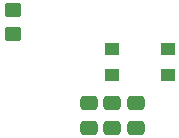
<source format=gbr>
%TF.GenerationSoftware,KiCad,Pcbnew,9.0.1*%
%TF.CreationDate,2025-04-24T23:24:54-04:00*%
%TF.ProjectId,can-nano-shield-rj45,63616e2d-6e61-46e6-9f2d-736869656c64,rev?*%
%TF.SameCoordinates,Original*%
%TF.FileFunction,Paste,Top*%
%TF.FilePolarity,Positive*%
%FSLAX46Y46*%
G04 Gerber Fmt 4.6, Leading zero omitted, Abs format (unit mm)*
G04 Created by KiCad (PCBNEW 9.0.1) date 2025-04-24 23:24:54*
%MOMM*%
%LPD*%
G01*
G04 APERTURE LIST*
G04 Aperture macros list*
%AMRoundRect*
0 Rectangle with rounded corners*
0 $1 Rounding radius*
0 $2 $3 $4 $5 $6 $7 $8 $9 X,Y pos of 4 corners*
0 Add a 4 corners polygon primitive as box body*
4,1,4,$2,$3,$4,$5,$6,$7,$8,$9,$2,$3,0*
0 Add four circle primitives for the rounded corners*
1,1,$1+$1,$2,$3*
1,1,$1+$1,$4,$5*
1,1,$1+$1,$6,$7*
1,1,$1+$1,$8,$9*
0 Add four rect primitives between the rounded corners*
20,1,$1+$1,$2,$3,$4,$5,0*
20,1,$1+$1,$4,$5,$6,$7,0*
20,1,$1+$1,$6,$7,$8,$9,0*
20,1,$1+$1,$8,$9,$2,$3,0*%
G04 Aperture macros list end*
%ADD10RoundRect,0.250000X0.475000X-0.337500X0.475000X0.337500X-0.475000X0.337500X-0.475000X-0.337500X0*%
%ADD11RoundRect,0.250000X-0.450000X0.350000X-0.450000X-0.350000X0.450000X-0.350000X0.450000X0.350000X0*%
%ADD12R,1.219200X0.990600*%
G04 APERTURE END LIST*
D10*
%TO.C,C9*%
X142780000Y-97367500D03*
X142780000Y-95292500D03*
%TD*%
D11*
%TO.C,R1*%
X136325000Y-87425000D03*
X136325000Y-89425000D03*
%TD*%
D10*
%TO.C,C11*%
X146760000Y-97377500D03*
X146760000Y-95302500D03*
%TD*%
%TO.C,C10*%
X144780000Y-97377500D03*
X144780000Y-95302500D03*
%TD*%
D12*
%TO.C,T1*%
X144781000Y-92875000D03*
X149480000Y-92875000D03*
X149480000Y-90675000D03*
X144781000Y-90675000D03*
%TD*%
M02*

</source>
